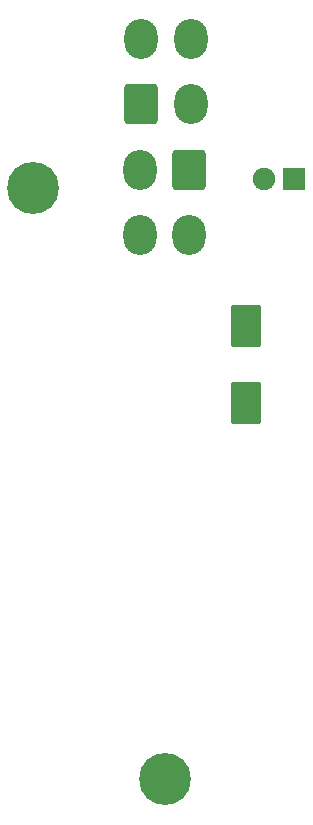
<source format=gbr>
%TF.GenerationSoftware,KiCad,Pcbnew,(6.0.9)*%
%TF.CreationDate,2022-12-07T12:03:19-09:00*%
%TF.ProjectId,AV COOL Panel,41562043-4f4f-44c2-9050-616e656c2e6b,rev?*%
%TF.SameCoordinates,Original*%
%TF.FileFunction,Soldermask,Bot*%
%TF.FilePolarity,Negative*%
%FSLAX46Y46*%
G04 Gerber Fmt 4.6, Leading zero omitted, Abs format (unit mm)*
G04 Created by KiCad (PCBNEW (6.0.9)) date 2022-12-07 12:03:19*
%MOMM*%
%LPD*%
G01*
G04 APERTURE LIST*
G04 Aperture macros list*
%AMRoundRect*
0 Rectangle with rounded corners*
0 $1 Rounding radius*
0 $2 $3 $4 $5 $6 $7 $8 $9 X,Y pos of 4 corners*
0 Add a 4 corners polygon primitive as box body*
4,1,4,$2,$3,$4,$5,$6,$7,$8,$9,$2,$3,0*
0 Add four circle primitives for the rounded corners*
1,1,$1+$1,$2,$3*
1,1,$1+$1,$4,$5*
1,1,$1+$1,$6,$7*
1,1,$1+$1,$8,$9*
0 Add four rect primitives between the rounded corners*
20,1,$1+$1,$2,$3,$4,$5,0*
20,1,$1+$1,$4,$5,$6,$7,0*
20,1,$1+$1,$6,$7,$8,$9,0*
20,1,$1+$1,$8,$9,$2,$3,0*%
G04 Aperture macros list end*
%ADD10C,4.400000*%
%ADD11RoundRect,0.300000X1.000000X-1.500000X1.000000X1.500000X-1.000000X1.500000X-1.000000X-1.500000X0*%
%ADD12RoundRect,0.050000X0.900000X0.900000X-0.900000X0.900000X-0.900000X-0.900000X0.900000X-0.900000X0*%
%ADD13C,1.900000*%
%ADD14RoundRect,0.300001X-1.099999X-1.399999X1.099999X-1.399999X1.099999X1.399999X-1.099999X1.399999X0*%
%ADD15O,2.800000X3.400000*%
%ADD16RoundRect,0.300001X1.099999X1.399999X-1.099999X1.399999X-1.099999X-1.399999X1.099999X-1.399999X0*%
G04 APERTURE END LIST*
D10*
%TO.C,REF\u002A\u002A*%
X227838000Y-57912000D03*
%TD*%
%TO.C,REF\u002A\u002A*%
X238950519Y-107950010D03*
%TD*%
D11*
%TO.C,C1*%
X245872000Y-76096000D03*
X245872000Y-69596000D03*
%TD*%
D12*
%TO.C,D1*%
X249936000Y-57150000D03*
D13*
X247396000Y-57150000D03*
%TD*%
D14*
%TO.C,J1*%
X236982000Y-50800000D03*
D15*
X241182000Y-50800000D03*
X236982000Y-45300000D03*
X241182000Y-45300000D03*
%TD*%
D16*
%TO.C,J2*%
X241046000Y-56388000D03*
D15*
X236846000Y-56388000D03*
X241046000Y-61888000D03*
X236846000Y-61888000D03*
%TD*%
M02*

</source>
